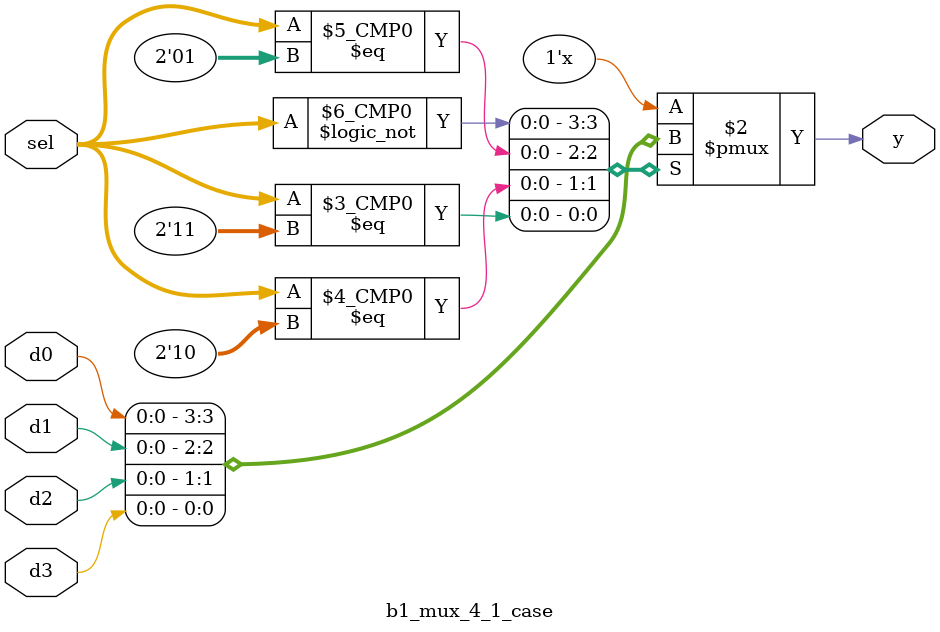
<source format=v>
module b1_mux_4_1_case
(
    input      d0, d1, d2, d3,
    input      [1:0] sel,
    output reg y
);
    always @(*)
        case (sel)
        2'b00: y = d0;
        2'b01: y = d1;
        2'b10: y = d2;
        2'b11: y = d3;
        endcase
endmodule
</source>
